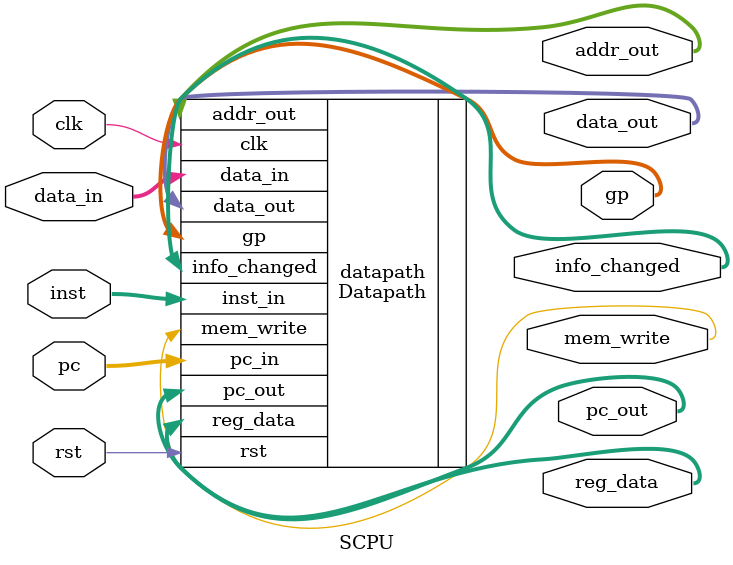
<source format=v>
`timescale 1ns / 1ps


module SCPU(
    input         clk,
    input         rst,
    input  [31:0] inst,
    input  [31:0] pc,
    input  [31:0] data_in,  // data from data memory
    output [31:0] addr_out, // data memory address
    output [31:0] data_out, // data to data memory
    output [31:0] pc_out,   // connect to instruction memoryx
    output [31:0] reg_data,
    output [31:0] gp,
    output [1:0]info_changed,
    output        mem_write
    );
    
    Datapath datapath (
        .clk(clk),
        .rst(rst),
        .inst_in(inst),
        .pc_in(pc),
        .data_in(data_in),
        .mem_write(mem_write),
        .addr_out(addr_out),
        .data_out(data_out),
        .reg_data(reg_data),
        .gp(gp),
        .info_changed(info_changed),
        .pc_out(pc_out)
    );
    
endmodule


</source>
